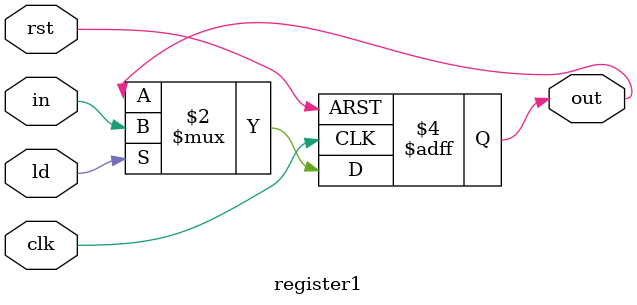
<source format=sv>
module register8(input[7:0] in,input clk,rst,ld,output logic[7:0] out);
  always@(posedge clk,posedge rst)begin
    if (rst)
      out <= 8'b0;
    else if (ld)
      out <= in;
  end
endmodule

module register13(input[12:0] in,input clk,rst,ld,output logic[12:0] out);
  always@(posedge clk,posedge rst)begin
    if (rst)
      out <= 13'b0;
    else if (ld)
      out <= in;
  end
endmodule

module register5(input[4:0] in,input clk,rst,ld,output logic[4:0] out);
  always@(posedge clk,posedge rst)begin
    if (rst)
      out <= 5'b0;
    else if (ld)
      out <= in;
  end
endmodule

module register3(input[2:0] in,input clk,rst,ld,output logic[2:0] out);
  always@(posedge clk,posedge rst)begin
    if (rst)
      out <= 3'b0;
    else if (ld)
      out <= in;
  end
endmodule

module register1(input in,clk,rst,ld,output logic out);
  always@(posedge clk,posedge rst)begin
    if (rst)
      out <= 0;
    else if (ld)
      out <= in;
  end
endmodule

</source>
